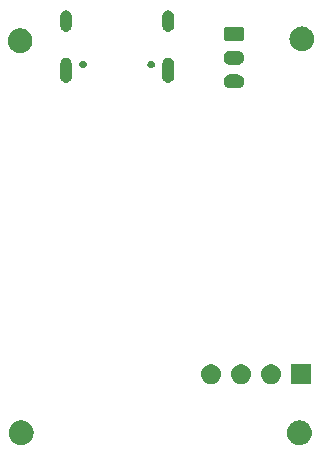
<source format=gbr>
%TF.GenerationSoftware,KiCad,Pcbnew,8.0.4*%
%TF.CreationDate,2024-11-22T16:24:22-05:00*%
%TF.ProjectId,stm32wb_base,73746d33-3277-4625-9f62-6173652e6b69,rev?*%
%TF.SameCoordinates,PX6422c40PY66c2270*%
%TF.FileFunction,Soldermask,Bot*%
%TF.FilePolarity,Negative*%
%FSLAX46Y46*%
G04 Gerber Fmt 4.6, Leading zero omitted, Abs format (unit mm)*
G04 Created by KiCad (PCBNEW 8.0.4) date 2024-11-22 16:24:22*
%MOMM*%
%LPD*%
G01*
G04 APERTURE LIST*
G04 APERTURE END LIST*
G36*
X3297680Y4145304D02*
G01*
X3346862Y4145304D01*
X3401632Y4135066D01*
X3454845Y4129825D01*
X3495268Y4117563D01*
X3537283Y4109709D01*
X3595474Y4087166D01*
X3651818Y4070074D01*
X3684009Y4052868D01*
X3717931Y4039726D01*
X3776876Y4003229D01*
X3833349Y3973043D01*
X3857075Y3953572D01*
X3882634Y3937746D01*
X3939263Y3886121D01*
X3992462Y3842462D01*
X4008228Y3823252D01*
X4025800Y3807232D01*
X4076810Y3739683D01*
X4123043Y3683349D01*
X4131983Y3666623D01*
X4142542Y3652641D01*
X4184541Y3568294D01*
X4220074Y3501818D01*
X4223864Y3489324D01*
X4228891Y3479228D01*
X4258590Y3374846D01*
X4279825Y3304845D01*
X4280522Y3297764D01*
X4281908Y3292894D01*
X4296315Y3137414D01*
X4300000Y3100000D01*
X4296314Y3062584D01*
X4281908Y2907107D01*
X4280522Y2902238D01*
X4279825Y2895155D01*
X4258585Y2825139D01*
X4228891Y2720773D01*
X4223865Y2710680D01*
X4220074Y2698182D01*
X4184534Y2631693D01*
X4142542Y2547360D01*
X4131985Y2533381D01*
X4123043Y2516651D01*
X4076801Y2460306D01*
X4025800Y2392769D01*
X4008231Y2376753D01*
X3992462Y2357538D01*
X3939252Y2313871D01*
X3882634Y2262255D01*
X3857080Y2246433D01*
X3833349Y2226957D01*
X3776865Y2196766D01*
X3717931Y2160275D01*
X3684016Y2147137D01*
X3651818Y2129926D01*
X3595463Y2112831D01*
X3537283Y2090292D01*
X3495275Y2082440D01*
X3454845Y2070175D01*
X3401629Y2064934D01*
X3346862Y2054696D01*
X3297680Y2054696D01*
X3250000Y2050000D01*
X3202320Y2054696D01*
X3153138Y2054696D01*
X3098369Y2064934D01*
X3045155Y2070175D01*
X3004726Y2082439D01*
X2962716Y2090292D01*
X2904532Y2112833D01*
X2848182Y2129926D01*
X2815986Y2147136D01*
X2782068Y2160275D01*
X2723127Y2196770D01*
X2666651Y2226957D01*
X2642922Y2246431D01*
X2617365Y2262255D01*
X2560737Y2313879D01*
X2507538Y2357538D01*
X2491771Y2376750D01*
X2474199Y2392769D01*
X2423186Y2460321D01*
X2376957Y2516651D01*
X2368017Y2533377D01*
X2357457Y2547360D01*
X2315450Y2631721D01*
X2279926Y2698182D01*
X2276136Y2710675D01*
X2271108Y2720773D01*
X2241397Y2825193D01*
X2220175Y2895155D01*
X2219477Y2902233D01*
X2218091Y2907107D01*
X2203668Y3062756D01*
X2200000Y3100000D01*
X2203667Y3137242D01*
X2218091Y3292894D01*
X2219478Y3297770D01*
X2220175Y3304845D01*
X2241393Y3374793D01*
X2271108Y3479228D01*
X2276137Y3489329D01*
X2279926Y3501818D01*
X2315443Y3568267D01*
X2357457Y3652641D01*
X2368019Y3666628D01*
X2376957Y3683349D01*
X2423176Y3739668D01*
X2474199Y3807232D01*
X2491774Y3823255D01*
X2507538Y3842462D01*
X2560726Y3886113D01*
X2617365Y3937746D01*
X2642927Y3953574D01*
X2666651Y3973043D01*
X2723115Y4003225D01*
X2782068Y4039726D01*
X2815993Y4052869D01*
X2848182Y4070074D01*
X2904520Y4087165D01*
X2962716Y4109709D01*
X3004732Y4117564D01*
X3045155Y4129825D01*
X3098366Y4135066D01*
X3153138Y4145304D01*
X3202320Y4145304D01*
X3250000Y4150000D01*
X3297680Y4145304D01*
G37*
G36*
X26847680Y4145304D02*
G01*
X26896862Y4145304D01*
X26951632Y4135066D01*
X27004845Y4129825D01*
X27045268Y4117563D01*
X27087283Y4109709D01*
X27145474Y4087166D01*
X27201818Y4070074D01*
X27234009Y4052868D01*
X27267931Y4039726D01*
X27326876Y4003229D01*
X27383349Y3973043D01*
X27407075Y3953572D01*
X27432634Y3937746D01*
X27489263Y3886121D01*
X27542462Y3842462D01*
X27558228Y3823252D01*
X27575800Y3807232D01*
X27626810Y3739683D01*
X27673043Y3683349D01*
X27681983Y3666623D01*
X27692542Y3652641D01*
X27734541Y3568294D01*
X27770074Y3501818D01*
X27773864Y3489324D01*
X27778891Y3479228D01*
X27808590Y3374846D01*
X27829825Y3304845D01*
X27830522Y3297764D01*
X27831908Y3292894D01*
X27846315Y3137414D01*
X27850000Y3100000D01*
X27846314Y3062584D01*
X27831908Y2907107D01*
X27830522Y2902238D01*
X27829825Y2895155D01*
X27808585Y2825139D01*
X27778891Y2720773D01*
X27773865Y2710680D01*
X27770074Y2698182D01*
X27734534Y2631693D01*
X27692542Y2547360D01*
X27681985Y2533381D01*
X27673043Y2516651D01*
X27626801Y2460306D01*
X27575800Y2392769D01*
X27558231Y2376753D01*
X27542462Y2357538D01*
X27489252Y2313871D01*
X27432634Y2262255D01*
X27407080Y2246433D01*
X27383349Y2226957D01*
X27326865Y2196766D01*
X27267931Y2160275D01*
X27234016Y2147137D01*
X27201818Y2129926D01*
X27145463Y2112831D01*
X27087283Y2090292D01*
X27045275Y2082440D01*
X27004845Y2070175D01*
X26951629Y2064934D01*
X26896862Y2054696D01*
X26847680Y2054696D01*
X26800000Y2050000D01*
X26752320Y2054696D01*
X26703138Y2054696D01*
X26648369Y2064934D01*
X26595155Y2070175D01*
X26554726Y2082439D01*
X26512716Y2090292D01*
X26454532Y2112833D01*
X26398182Y2129926D01*
X26365986Y2147136D01*
X26332068Y2160275D01*
X26273127Y2196770D01*
X26216651Y2226957D01*
X26192922Y2246431D01*
X26167365Y2262255D01*
X26110737Y2313879D01*
X26057538Y2357538D01*
X26041771Y2376750D01*
X26024199Y2392769D01*
X25973186Y2460321D01*
X25926957Y2516651D01*
X25918017Y2533377D01*
X25907457Y2547360D01*
X25865450Y2631721D01*
X25829926Y2698182D01*
X25826136Y2710675D01*
X25821108Y2720773D01*
X25791397Y2825193D01*
X25770175Y2895155D01*
X25769477Y2902233D01*
X25768091Y2907107D01*
X25753668Y3062756D01*
X25750000Y3100000D01*
X25753667Y3137242D01*
X25768091Y3292894D01*
X25769478Y3297770D01*
X25770175Y3304845D01*
X25791393Y3374793D01*
X25821108Y3479228D01*
X25826137Y3489329D01*
X25829926Y3501818D01*
X25865443Y3568267D01*
X25907457Y3652641D01*
X25918019Y3666628D01*
X25926957Y3683349D01*
X25973176Y3739668D01*
X26024199Y3807232D01*
X26041774Y3823255D01*
X26057538Y3842462D01*
X26110726Y3886113D01*
X26167365Y3937746D01*
X26192927Y3953574D01*
X26216651Y3973043D01*
X26273115Y4003225D01*
X26332068Y4039726D01*
X26365993Y4052869D01*
X26398182Y4070074D01*
X26454520Y4087165D01*
X26512716Y4109709D01*
X26554732Y4117564D01*
X26595155Y4129825D01*
X26648366Y4135066D01*
X26703138Y4145304D01*
X26752320Y4145304D01*
X26800000Y4150000D01*
X26847680Y4145304D01*
G37*
G36*
X27775000Y7200000D02*
G01*
X26075000Y7200000D01*
X26075000Y8900000D01*
X27775000Y8900000D01*
X27775000Y7200000D01*
G37*
G36*
X19567664Y8858398D02*
G01*
X19730000Y8786122D01*
X19873761Y8681673D01*
X19992664Y8549617D01*
X20081514Y8395726D01*
X20136425Y8226725D01*
X20155000Y8050000D01*
X20136425Y7873275D01*
X20081514Y7704274D01*
X19992664Y7550383D01*
X19873761Y7418327D01*
X19730000Y7313878D01*
X19567664Y7241602D01*
X19393849Y7204656D01*
X19216151Y7204656D01*
X19042336Y7241602D01*
X18880000Y7313878D01*
X18736239Y7418327D01*
X18617336Y7550383D01*
X18528486Y7704274D01*
X18473575Y7873275D01*
X18455000Y8050000D01*
X18473575Y8226725D01*
X18528486Y8395726D01*
X18617336Y8549617D01*
X18736239Y8681673D01*
X18880000Y8786122D01*
X19042336Y8858398D01*
X19216151Y8895344D01*
X19393849Y8895344D01*
X19567664Y8858398D01*
G37*
G36*
X22107664Y8858398D02*
G01*
X22270000Y8786122D01*
X22413761Y8681673D01*
X22532664Y8549617D01*
X22621514Y8395726D01*
X22676425Y8226725D01*
X22695000Y8050000D01*
X22676425Y7873275D01*
X22621514Y7704274D01*
X22532664Y7550383D01*
X22413761Y7418327D01*
X22270000Y7313878D01*
X22107664Y7241602D01*
X21933849Y7204656D01*
X21756151Y7204656D01*
X21582336Y7241602D01*
X21420000Y7313878D01*
X21276239Y7418327D01*
X21157336Y7550383D01*
X21068486Y7704274D01*
X21013575Y7873275D01*
X20995000Y8050000D01*
X21013575Y8226725D01*
X21068486Y8395726D01*
X21157336Y8549617D01*
X21276239Y8681673D01*
X21420000Y8786122D01*
X21582336Y8858398D01*
X21756151Y8895344D01*
X21933849Y8895344D01*
X22107664Y8858398D01*
G37*
G36*
X24647664Y8858398D02*
G01*
X24810000Y8786122D01*
X24953761Y8681673D01*
X25072664Y8549617D01*
X25161514Y8395726D01*
X25216425Y8226725D01*
X25235000Y8050000D01*
X25216425Y7873275D01*
X25161514Y7704274D01*
X25072664Y7550383D01*
X24953761Y7418327D01*
X24810000Y7313878D01*
X24647664Y7241602D01*
X24473849Y7204656D01*
X24296151Y7204656D01*
X24122336Y7241602D01*
X23960000Y7313878D01*
X23816239Y7418327D01*
X23697336Y7550383D01*
X23608486Y7704274D01*
X23553575Y7873275D01*
X23535000Y8050000D01*
X23553575Y8226725D01*
X23608486Y8395726D01*
X23697336Y8549617D01*
X23816239Y8681673D01*
X23960000Y8786122D01*
X24122336Y8858398D01*
X24296151Y8895344D01*
X24473849Y8895344D01*
X24647664Y8858398D01*
G37*
G36*
X21528744Y33449755D02*
G01*
X21582555Y33447111D01*
X21589178Y33445794D01*
X21603316Y33444867D01*
X21630622Y33437551D01*
X21699100Y33423930D01*
X21731423Y33410541D01*
X21754610Y33404328D01*
X21775401Y33392324D01*
X21807722Y33378936D01*
X21865770Y33340150D01*
X21890257Y33326012D01*
X21896959Y33319310D01*
X21905482Y33313615D01*
X21988614Y33230483D01*
X21994308Y33221961D01*
X22001012Y33215257D01*
X22015151Y33190767D01*
X22053935Y33132723D01*
X22067321Y33100406D01*
X22079328Y33079610D01*
X22085541Y33056420D01*
X22098929Y33024101D01*
X22112548Y32955629D01*
X22119867Y32928316D01*
X22119867Y32918836D01*
X22121866Y32908786D01*
X22121866Y32791215D01*
X22119867Y32781166D01*
X22119867Y32771684D01*
X22112547Y32744369D01*
X22098929Y32675900D01*
X22085542Y32643584D01*
X22079328Y32620390D01*
X22067320Y32599593D01*
X22053935Y32567278D01*
X22015155Y32509241D01*
X22001012Y32484743D01*
X21994306Y32478038D01*
X21988614Y32469518D01*
X21905482Y32386386D01*
X21896962Y32380694D01*
X21890257Y32373988D01*
X21865759Y32359845D01*
X21807722Y32321065D01*
X21775407Y32307680D01*
X21754610Y32295672D01*
X21731416Y32289458D01*
X21699100Y32276071D01*
X21630636Y32262454D01*
X21603316Y32255133D01*
X21589170Y32254206D01*
X21582555Y32252890D01*
X21528749Y32250246D01*
X21525000Y32250000D01*
X21523749Y32250000D01*
X20976251Y32250000D01*
X20975000Y32250000D01*
X20971250Y32250246D01*
X20917444Y32252890D01*
X20910827Y32254206D01*
X20896684Y32255133D01*
X20869366Y32262453D01*
X20800899Y32276071D01*
X20768580Y32289459D01*
X20745390Y32295672D01*
X20724594Y32307679D01*
X20692277Y32321065D01*
X20634233Y32359849D01*
X20609743Y32373988D01*
X20603039Y32380692D01*
X20594517Y32386386D01*
X20511385Y32469518D01*
X20505690Y32478041D01*
X20498988Y32484743D01*
X20484850Y32509230D01*
X20446064Y32567278D01*
X20432676Y32599599D01*
X20420672Y32620390D01*
X20414459Y32643577D01*
X20401070Y32675900D01*
X20387450Y32744375D01*
X20380133Y32771684D01*
X20380133Y32781165D01*
X20378134Y32791215D01*
X20378134Y32908786D01*
X20380133Y32918837D01*
X20380133Y32928316D01*
X20387449Y32955623D01*
X20401070Y33024101D01*
X20414459Y33056427D01*
X20420672Y33079610D01*
X20432674Y33100400D01*
X20446064Y33132723D01*
X20484854Y33190778D01*
X20498988Y33215257D01*
X20505688Y33221958D01*
X20511385Y33230483D01*
X20594517Y33313615D01*
X20603042Y33319312D01*
X20609743Y33326012D01*
X20634222Y33340146D01*
X20692277Y33378936D01*
X20724600Y33392326D01*
X20745390Y33404328D01*
X20768573Y33410541D01*
X20800899Y33423930D01*
X20869380Y33437552D01*
X20896684Y33444867D01*
X20910820Y33445794D01*
X20917444Y33447111D01*
X20971256Y33449755D01*
X20975000Y33450000D01*
X21525000Y33450000D01*
X21528744Y33449755D01*
G37*
G36*
X7231342Y34796940D02*
G01*
X7344381Y34731677D01*
X7436677Y34639381D01*
X7501940Y34526342D01*
X7535722Y34400263D01*
X7540000Y34335000D01*
X7540000Y33235000D01*
X7535722Y33169737D01*
X7501940Y33043658D01*
X7436677Y32930619D01*
X7344381Y32838323D01*
X7231342Y32773060D01*
X7105263Y32739278D01*
X6974737Y32739278D01*
X6848658Y32773060D01*
X6735619Y32838323D01*
X6643323Y32930619D01*
X6578060Y33043658D01*
X6544278Y33169737D01*
X6540000Y33235000D01*
X6540000Y34335000D01*
X6544278Y34400263D01*
X6578060Y34526342D01*
X6643323Y34639381D01*
X6735619Y34731677D01*
X6848658Y34796940D01*
X6974737Y34830722D01*
X7105263Y34830722D01*
X7231342Y34796940D01*
G37*
G36*
X15871342Y34796940D02*
G01*
X15984381Y34731677D01*
X16076677Y34639381D01*
X16141940Y34526342D01*
X16175722Y34400263D01*
X16180000Y34335000D01*
X16180000Y33235000D01*
X16175722Y33169737D01*
X16141940Y33043658D01*
X16076677Y32930619D01*
X15984381Y32838323D01*
X15871342Y32773060D01*
X15745263Y32739278D01*
X15614737Y32739278D01*
X15488658Y32773060D01*
X15375619Y32838323D01*
X15283323Y32930619D01*
X15218060Y33043658D01*
X15184278Y33169737D01*
X15180000Y33235000D01*
X15180000Y34335000D01*
X15184278Y34400263D01*
X15218060Y34526342D01*
X15283323Y34639381D01*
X15375619Y34731677D01*
X15488658Y34796940D01*
X15614737Y34830722D01*
X15745263Y34830722D01*
X15871342Y34796940D01*
G37*
G36*
X8497174Y34605063D02*
G01*
X8526436Y34605063D01*
X8548978Y34596859D01*
X8570237Y34593491D01*
X8600265Y34578191D01*
X8632500Y34566458D01*
X8646735Y34554513D01*
X8660658Y34547419D01*
X8689175Y34518902D01*
X8718964Y34493906D01*
X8725511Y34482566D01*
X8732418Y34475659D01*
X8754345Y34432625D01*
X8775400Y34396157D01*
X8776708Y34388734D01*
X8778490Y34385238D01*
X8788770Y34320332D01*
X8795000Y34285000D01*
X8788769Y34249665D01*
X8778490Y34184763D01*
X8776709Y34181269D01*
X8775400Y34173843D01*
X8754340Y34137369D01*
X8732418Y34094342D01*
X8725512Y34087437D01*
X8718964Y34076094D01*
X8689168Y34051093D01*
X8660658Y34022582D01*
X8646738Y34015490D01*
X8632500Y34003542D01*
X8600258Y33991807D01*
X8570237Y33976510D01*
X8548983Y33973144D01*
X8526436Y33964937D01*
X8497168Y33964937D01*
X8470000Y33960634D01*
X8442832Y33964937D01*
X8413564Y33964937D01*
X8391017Y33973144D01*
X8369762Y33976510D01*
X8339737Y33991809D01*
X8307500Y34003542D01*
X8293262Y34015489D01*
X8279341Y34022582D01*
X8250824Y34051099D01*
X8221036Y34076094D01*
X8214488Y34087435D01*
X8207581Y34094342D01*
X8185650Y34137383D01*
X8164600Y34173843D01*
X8163291Y34181266D01*
X8161509Y34184763D01*
X8151220Y34249721D01*
X8145000Y34285000D01*
X8151220Y34320277D01*
X8161509Y34385238D01*
X8163291Y34388737D01*
X8164600Y34396157D01*
X8185646Y34432610D01*
X8207581Y34475659D01*
X8214489Y34482568D01*
X8221036Y34493906D01*
X8250818Y34518897D01*
X8279341Y34547419D01*
X8293265Y34554515D01*
X8307500Y34566458D01*
X8339731Y34578190D01*
X8369762Y34593491D01*
X8391022Y34596859D01*
X8413564Y34605063D01*
X8442825Y34605063D01*
X8470000Y34609367D01*
X8497174Y34605063D01*
G37*
G36*
X14277174Y34605063D02*
G01*
X14306436Y34605063D01*
X14328978Y34596859D01*
X14350237Y34593491D01*
X14380265Y34578191D01*
X14412500Y34566458D01*
X14426735Y34554513D01*
X14440658Y34547419D01*
X14469175Y34518902D01*
X14498964Y34493906D01*
X14505511Y34482566D01*
X14512418Y34475659D01*
X14534345Y34432625D01*
X14555400Y34396157D01*
X14556708Y34388734D01*
X14558490Y34385238D01*
X14568770Y34320332D01*
X14575000Y34285000D01*
X14568769Y34249665D01*
X14558490Y34184763D01*
X14556709Y34181269D01*
X14555400Y34173843D01*
X14534340Y34137369D01*
X14512418Y34094342D01*
X14505512Y34087437D01*
X14498964Y34076094D01*
X14469168Y34051093D01*
X14440658Y34022582D01*
X14426738Y34015490D01*
X14412500Y34003542D01*
X14380258Y33991807D01*
X14350237Y33976510D01*
X14328983Y33973144D01*
X14306436Y33964937D01*
X14277168Y33964937D01*
X14250000Y33960634D01*
X14222832Y33964937D01*
X14193564Y33964937D01*
X14171017Y33973144D01*
X14149762Y33976510D01*
X14119737Y33991809D01*
X14087500Y34003542D01*
X14073262Y34015489D01*
X14059341Y34022582D01*
X14030824Y34051099D01*
X14001036Y34076094D01*
X13994488Y34087435D01*
X13987581Y34094342D01*
X13965650Y34137383D01*
X13944600Y34173843D01*
X13943291Y34181266D01*
X13941509Y34184763D01*
X13931220Y34249721D01*
X13925000Y34285000D01*
X13931220Y34320277D01*
X13941509Y34385238D01*
X13943291Y34388737D01*
X13944600Y34396157D01*
X13965646Y34432610D01*
X13987581Y34475659D01*
X13994489Y34482568D01*
X14001036Y34493906D01*
X14030818Y34518897D01*
X14059341Y34547419D01*
X14073265Y34554515D01*
X14087500Y34566458D01*
X14119731Y34578190D01*
X14149762Y34593491D01*
X14171022Y34596859D01*
X14193564Y34605063D01*
X14222825Y34605063D01*
X14250000Y34609367D01*
X14277174Y34605063D01*
G37*
G36*
X21528744Y35449755D02*
G01*
X21582555Y35447111D01*
X21589178Y35445794D01*
X21603316Y35444867D01*
X21630622Y35437551D01*
X21699100Y35423930D01*
X21731423Y35410541D01*
X21754610Y35404328D01*
X21775401Y35392324D01*
X21807722Y35378936D01*
X21865770Y35340150D01*
X21890257Y35326012D01*
X21896959Y35319310D01*
X21905482Y35313615D01*
X21988614Y35230483D01*
X21994308Y35221961D01*
X22001012Y35215257D01*
X22015151Y35190767D01*
X22053935Y35132723D01*
X22067321Y35100406D01*
X22079328Y35079610D01*
X22085541Y35056420D01*
X22098929Y35024101D01*
X22112548Y34955629D01*
X22119867Y34928316D01*
X22119867Y34918836D01*
X22121866Y34908786D01*
X22121866Y34791215D01*
X22119867Y34781166D01*
X22119867Y34771684D01*
X22112547Y34744369D01*
X22098929Y34675900D01*
X22085542Y34643584D01*
X22079328Y34620390D01*
X22067320Y34599593D01*
X22053935Y34567278D01*
X22015155Y34509241D01*
X22001012Y34484743D01*
X21994306Y34478038D01*
X21988614Y34469518D01*
X21905482Y34386386D01*
X21896962Y34380694D01*
X21890257Y34373988D01*
X21865759Y34359845D01*
X21807722Y34321065D01*
X21775407Y34307680D01*
X21754610Y34295672D01*
X21731416Y34289458D01*
X21699100Y34276071D01*
X21630636Y34262454D01*
X21603316Y34255133D01*
X21589170Y34254206D01*
X21582555Y34252890D01*
X21528749Y34250246D01*
X21525000Y34250000D01*
X21523749Y34250000D01*
X20976251Y34250000D01*
X20975000Y34250000D01*
X20971250Y34250246D01*
X20917444Y34252890D01*
X20910827Y34254206D01*
X20896684Y34255133D01*
X20869366Y34262453D01*
X20800899Y34276071D01*
X20768580Y34289459D01*
X20745390Y34295672D01*
X20724594Y34307679D01*
X20692277Y34321065D01*
X20634233Y34359849D01*
X20609743Y34373988D01*
X20603039Y34380692D01*
X20594517Y34386386D01*
X20511385Y34469518D01*
X20505690Y34478041D01*
X20498988Y34484743D01*
X20484850Y34509230D01*
X20446064Y34567278D01*
X20432676Y34599599D01*
X20420672Y34620390D01*
X20414459Y34643577D01*
X20401070Y34675900D01*
X20387450Y34744375D01*
X20380133Y34771684D01*
X20380133Y34781165D01*
X20378134Y34791215D01*
X20378134Y34908786D01*
X20380133Y34918837D01*
X20380133Y34928316D01*
X20387449Y34955623D01*
X20401070Y35024101D01*
X20414459Y35056427D01*
X20420672Y35079610D01*
X20432674Y35100400D01*
X20446064Y35132723D01*
X20484854Y35190778D01*
X20498988Y35215257D01*
X20505688Y35221958D01*
X20511385Y35230483D01*
X20594517Y35313615D01*
X20603042Y35319312D01*
X20609743Y35326012D01*
X20634222Y35340146D01*
X20692277Y35378936D01*
X20724600Y35392326D01*
X20745390Y35404328D01*
X20768573Y35410541D01*
X20800899Y35423930D01*
X20869380Y35437552D01*
X20896684Y35444867D01*
X20910820Y35445794D01*
X20917444Y35447111D01*
X20971256Y35449755D01*
X20975000Y35450000D01*
X21525000Y35450000D01*
X21528744Y35449755D01*
G37*
G36*
X3197680Y37345304D02*
G01*
X3246862Y37345304D01*
X3301632Y37335066D01*
X3354845Y37329825D01*
X3395268Y37317563D01*
X3437283Y37309709D01*
X3495474Y37287166D01*
X3551818Y37270074D01*
X3584009Y37252868D01*
X3617931Y37239726D01*
X3676876Y37203229D01*
X3733349Y37173043D01*
X3757075Y37153572D01*
X3782634Y37137746D01*
X3839263Y37086121D01*
X3892462Y37042462D01*
X3908228Y37023252D01*
X3925800Y37007232D01*
X3976810Y36939683D01*
X4023043Y36883349D01*
X4031983Y36866623D01*
X4042542Y36852641D01*
X4084541Y36768294D01*
X4120074Y36701818D01*
X4123864Y36689324D01*
X4128891Y36679228D01*
X4158590Y36574846D01*
X4179825Y36504845D01*
X4180522Y36497764D01*
X4181908Y36492894D01*
X4196315Y36337414D01*
X4200000Y36300000D01*
X4196314Y36262584D01*
X4181908Y36107107D01*
X4180522Y36102238D01*
X4179825Y36095155D01*
X4158585Y36025139D01*
X4128891Y35920773D01*
X4123865Y35910680D01*
X4120074Y35898182D01*
X4084534Y35831693D01*
X4042542Y35747360D01*
X4031985Y35733381D01*
X4023043Y35716651D01*
X3976801Y35660306D01*
X3925800Y35592769D01*
X3908231Y35576753D01*
X3892462Y35557538D01*
X3839252Y35513871D01*
X3782634Y35462255D01*
X3757080Y35446433D01*
X3733349Y35426957D01*
X3676865Y35396766D01*
X3617931Y35360275D01*
X3584016Y35347137D01*
X3551818Y35329926D01*
X3495463Y35312831D01*
X3437283Y35290292D01*
X3395275Y35282440D01*
X3354845Y35270175D01*
X3301629Y35264934D01*
X3246862Y35254696D01*
X3197680Y35254696D01*
X3150000Y35250000D01*
X3102320Y35254696D01*
X3053138Y35254696D01*
X2998369Y35264934D01*
X2945155Y35270175D01*
X2904726Y35282439D01*
X2862716Y35290292D01*
X2804532Y35312833D01*
X2748182Y35329926D01*
X2715986Y35347136D01*
X2682068Y35360275D01*
X2623127Y35396770D01*
X2566651Y35426957D01*
X2542922Y35446431D01*
X2517365Y35462255D01*
X2460737Y35513879D01*
X2407538Y35557538D01*
X2391771Y35576750D01*
X2374199Y35592769D01*
X2323186Y35660321D01*
X2276957Y35716651D01*
X2268017Y35733377D01*
X2257457Y35747360D01*
X2215450Y35831721D01*
X2179926Y35898182D01*
X2176136Y35910675D01*
X2171108Y35920773D01*
X2141397Y36025193D01*
X2120175Y36095155D01*
X2119477Y36102233D01*
X2118091Y36107107D01*
X2103668Y36262756D01*
X2100000Y36300000D01*
X2103667Y36337242D01*
X2118091Y36492894D01*
X2119478Y36497770D01*
X2120175Y36504845D01*
X2141393Y36574793D01*
X2171108Y36679228D01*
X2176137Y36689329D01*
X2179926Y36701818D01*
X2215443Y36768267D01*
X2257457Y36852641D01*
X2268019Y36866628D01*
X2276957Y36883349D01*
X2323176Y36939668D01*
X2374199Y37007232D01*
X2391774Y37023255D01*
X2407538Y37042462D01*
X2460726Y37086113D01*
X2517365Y37137746D01*
X2542927Y37153574D01*
X2566651Y37173043D01*
X2623115Y37203225D01*
X2682068Y37239726D01*
X2715993Y37252869D01*
X2748182Y37270074D01*
X2804520Y37287165D01*
X2862716Y37309709D01*
X2904732Y37317564D01*
X2945155Y37329825D01*
X2998366Y37335066D01*
X3053138Y37345304D01*
X3102320Y37345304D01*
X3150000Y37350000D01*
X3197680Y37345304D01*
G37*
G36*
X27047680Y37495304D02*
G01*
X27096862Y37495304D01*
X27151632Y37485066D01*
X27204845Y37479825D01*
X27245268Y37467563D01*
X27287283Y37459709D01*
X27345474Y37437166D01*
X27401818Y37420074D01*
X27434009Y37402868D01*
X27467931Y37389726D01*
X27526876Y37353229D01*
X27583349Y37323043D01*
X27607075Y37303572D01*
X27632634Y37287746D01*
X27689263Y37236121D01*
X27742462Y37192462D01*
X27758228Y37173252D01*
X27775800Y37157232D01*
X27826810Y37089683D01*
X27873043Y37033349D01*
X27881983Y37016623D01*
X27892542Y37002641D01*
X27934541Y36918294D01*
X27970074Y36851818D01*
X27973864Y36839324D01*
X27978891Y36829228D01*
X28008590Y36724846D01*
X28029825Y36654845D01*
X28030522Y36647764D01*
X28031908Y36642894D01*
X28046315Y36487414D01*
X28050000Y36450000D01*
X28046314Y36412584D01*
X28031908Y36257107D01*
X28030522Y36252238D01*
X28029825Y36245155D01*
X28008585Y36175139D01*
X27978891Y36070773D01*
X27973865Y36060680D01*
X27970074Y36048182D01*
X27934534Y35981693D01*
X27892542Y35897360D01*
X27881985Y35883381D01*
X27873043Y35866651D01*
X27826801Y35810306D01*
X27775800Y35742769D01*
X27758231Y35726753D01*
X27742462Y35707538D01*
X27689252Y35663871D01*
X27632634Y35612255D01*
X27607080Y35596433D01*
X27583349Y35576957D01*
X27526865Y35546766D01*
X27467931Y35510275D01*
X27434016Y35497137D01*
X27401818Y35479926D01*
X27345463Y35462831D01*
X27287283Y35440292D01*
X27245275Y35432440D01*
X27204845Y35420175D01*
X27151629Y35414934D01*
X27096862Y35404696D01*
X27047680Y35404696D01*
X27000000Y35400000D01*
X26952320Y35404696D01*
X26903138Y35404696D01*
X26848369Y35414934D01*
X26795155Y35420175D01*
X26754726Y35432439D01*
X26712716Y35440292D01*
X26654532Y35462833D01*
X26598182Y35479926D01*
X26565986Y35497136D01*
X26532068Y35510275D01*
X26473127Y35546770D01*
X26416651Y35576957D01*
X26392922Y35596431D01*
X26367365Y35612255D01*
X26310737Y35663879D01*
X26257538Y35707538D01*
X26241771Y35726750D01*
X26224199Y35742769D01*
X26173186Y35810321D01*
X26126957Y35866651D01*
X26118017Y35883377D01*
X26107457Y35897360D01*
X26065450Y35981721D01*
X26029926Y36048182D01*
X26026136Y36060675D01*
X26021108Y36070773D01*
X25991397Y36175193D01*
X25970175Y36245155D01*
X25969477Y36252233D01*
X25968091Y36257107D01*
X25953668Y36412756D01*
X25950000Y36450000D01*
X25953667Y36487242D01*
X25968091Y36642894D01*
X25969478Y36647770D01*
X25970175Y36654845D01*
X25991393Y36724793D01*
X26021108Y36829228D01*
X26026137Y36839329D01*
X26029926Y36851818D01*
X26065443Y36918267D01*
X26107457Y37002641D01*
X26118019Y37016628D01*
X26126957Y37033349D01*
X26173176Y37089668D01*
X26224199Y37157232D01*
X26241774Y37173255D01*
X26257538Y37192462D01*
X26310726Y37236113D01*
X26367365Y37287746D01*
X26392927Y37303574D01*
X26416651Y37323043D01*
X26473115Y37353225D01*
X26532068Y37389726D01*
X26565993Y37402869D01*
X26598182Y37420074D01*
X26654520Y37437165D01*
X26712716Y37459709D01*
X26754732Y37467564D01*
X26795155Y37479825D01*
X26848366Y37485066D01*
X26903138Y37495304D01*
X26952320Y37495304D01*
X27000000Y37500000D01*
X27047680Y37495304D01*
G37*
G36*
X21879116Y37449182D02*
G01*
X21930379Y37443234D01*
X21947892Y37435501D01*
X21970671Y37430970D01*
X21995057Y37414676D01*
X22015788Y37405522D01*
X22029946Y37391364D01*
X22051777Y37376777D01*
X22066363Y37354947D01*
X22080521Y37340789D01*
X22089673Y37320061D01*
X22105970Y37295671D01*
X22110501Y37272891D01*
X22118233Y37255380D01*
X22124178Y37204128D01*
X22125000Y37200000D01*
X22125000Y36500000D01*
X22124178Y36495872D01*
X22118233Y36444621D01*
X22110501Y36427112D01*
X22105970Y36404329D01*
X22089672Y36379938D01*
X22080521Y36359212D01*
X22066365Y36345057D01*
X22051777Y36323223D01*
X22029943Y36308635D01*
X22015788Y36294479D01*
X21995062Y36285328D01*
X21970671Y36269030D01*
X21947888Y36264499D01*
X21930379Y36256767D01*
X21879129Y36250822D01*
X21875000Y36250000D01*
X20625000Y36250000D01*
X20620873Y36250821D01*
X20569620Y36256767D01*
X20552109Y36264499D01*
X20529329Y36269030D01*
X20504939Y36285327D01*
X20484211Y36294479D01*
X20470053Y36308637D01*
X20448223Y36323223D01*
X20433636Y36345054D01*
X20419478Y36359212D01*
X20410324Y36379943D01*
X20394030Y36404329D01*
X20389499Y36427108D01*
X20381766Y36444621D01*
X20375818Y36495883D01*
X20375000Y36500000D01*
X20375000Y37200000D01*
X20375818Y37204115D01*
X20381766Y37255380D01*
X20389499Y37272895D01*
X20394030Y37295671D01*
X20410323Y37320056D01*
X20419478Y37340789D01*
X20433638Y37354950D01*
X20448223Y37376777D01*
X20470050Y37391362D01*
X20484211Y37405522D01*
X20504944Y37414677D01*
X20529329Y37430970D01*
X20552105Y37435501D01*
X20569620Y37443234D01*
X20620884Y37449182D01*
X20625000Y37450000D01*
X21875000Y37450000D01*
X21879116Y37449182D01*
G37*
G36*
X7231342Y38826940D02*
G01*
X7344381Y38761677D01*
X7436677Y38669381D01*
X7501940Y38556342D01*
X7535722Y38430263D01*
X7540000Y38365000D01*
X7540000Y37565000D01*
X7535722Y37499737D01*
X7501940Y37373658D01*
X7436677Y37260619D01*
X7344381Y37168323D01*
X7231342Y37103060D01*
X7105263Y37069278D01*
X6974737Y37069278D01*
X6848658Y37103060D01*
X6735619Y37168323D01*
X6643323Y37260619D01*
X6578060Y37373658D01*
X6544278Y37499737D01*
X6540000Y37565000D01*
X6540000Y38365000D01*
X6544278Y38430263D01*
X6578060Y38556342D01*
X6643323Y38669381D01*
X6735619Y38761677D01*
X6848658Y38826940D01*
X6974737Y38860722D01*
X7105263Y38860722D01*
X7231342Y38826940D01*
G37*
G36*
X15871342Y38826940D02*
G01*
X15984381Y38761677D01*
X16076677Y38669381D01*
X16141940Y38556342D01*
X16175722Y38430263D01*
X16180000Y38365000D01*
X16180000Y37565000D01*
X16175722Y37499737D01*
X16141940Y37373658D01*
X16076677Y37260619D01*
X15984381Y37168323D01*
X15871342Y37103060D01*
X15745263Y37069278D01*
X15614737Y37069278D01*
X15488658Y37103060D01*
X15375619Y37168323D01*
X15283323Y37260619D01*
X15218060Y37373658D01*
X15184278Y37499737D01*
X15180000Y37565000D01*
X15180000Y38365000D01*
X15184278Y38430263D01*
X15218060Y38556342D01*
X15283323Y38669381D01*
X15375619Y38761677D01*
X15488658Y38826940D01*
X15614737Y38860722D01*
X15745263Y38860722D01*
X15871342Y38826940D01*
G37*
M02*

</source>
